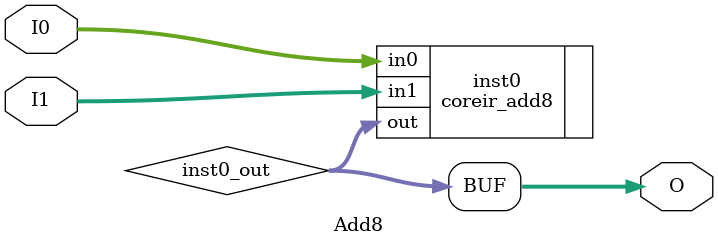
<source format=v>
module Add8 (input [7:0] I0, input [7:0] I1, output [7:0] O);
wire [7:0] inst0_out;
coreir_add8 inst0 (.in0(I0), .in1(I1), .out(inst0_out));
assign O = inst0_out;
endmodule


</source>
